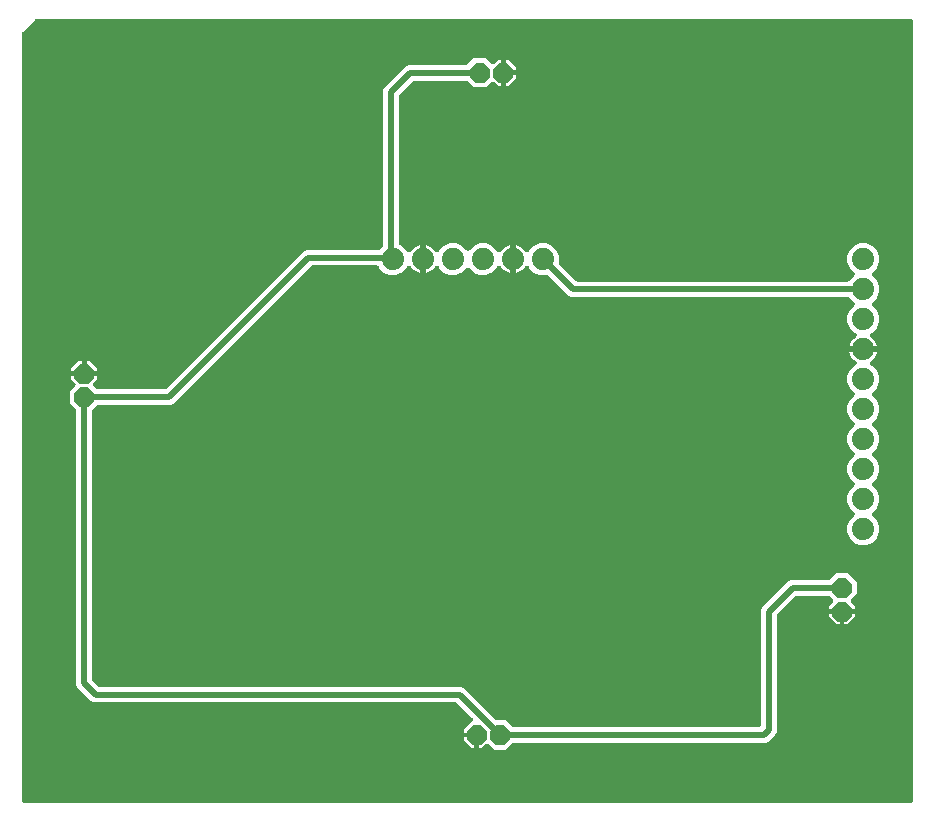
<source format=gbr>
G04 EAGLE Gerber RS-274X export*
G75*
%MOMM*%
%FSLAX34Y34*%
%LPD*%
%INBottom Copper*%
%IPPOS*%
%AMOC8*
5,1,8,0,0,1.08239X$1,22.5*%
G01*
%ADD10C,1.879600*%
%ADD11P,1.814519X8X22.500000*%
%ADD12P,1.814519X8X202.500000*%
%ADD13P,1.814519X8X112.500000*%
%ADD14P,1.814519X8X292.500000*%
%ADD15C,0.508000*%
%ADD16C,0.304800*%

G36*
X860018Y117971D02*
X860018Y117971D01*
X860036Y117969D01*
X860218Y117990D01*
X860401Y118009D01*
X860418Y118014D01*
X860435Y118016D01*
X860610Y118073D01*
X860786Y118127D01*
X860801Y118135D01*
X860818Y118141D01*
X860978Y118231D01*
X861140Y118319D01*
X861153Y118330D01*
X861169Y118339D01*
X861308Y118459D01*
X861449Y118576D01*
X861460Y118590D01*
X861474Y118602D01*
X861586Y118747D01*
X861701Y118890D01*
X861709Y118906D01*
X861720Y118920D01*
X861802Y119085D01*
X861887Y119247D01*
X861892Y119264D01*
X861900Y119281D01*
X861947Y119459D01*
X861998Y119634D01*
X862000Y119652D01*
X862004Y119669D01*
X862031Y120000D01*
X862031Y780000D01*
X862029Y780018D01*
X862031Y780036D01*
X862010Y780218D01*
X861991Y780401D01*
X861986Y780418D01*
X861984Y780435D01*
X861927Y780610D01*
X861873Y780786D01*
X861865Y780801D01*
X861859Y780818D01*
X861769Y780978D01*
X861681Y781140D01*
X861670Y781153D01*
X861661Y781169D01*
X861541Y781308D01*
X861424Y781449D01*
X861410Y781460D01*
X861398Y781474D01*
X861253Y781586D01*
X861110Y781701D01*
X861094Y781709D01*
X861080Y781720D01*
X860915Y781802D01*
X860753Y781887D01*
X860736Y781892D01*
X860720Y781900D01*
X860541Y781947D01*
X860366Y781998D01*
X860348Y782000D01*
X860331Y782004D01*
X860000Y782031D01*
X120000Y782031D01*
X119973Y782029D01*
X119947Y782031D01*
X119773Y782009D01*
X119599Y781991D01*
X119574Y781984D01*
X119547Y781980D01*
X119382Y781925D01*
X119214Y781873D01*
X119191Y781860D01*
X119166Y781852D01*
X119014Y781765D01*
X118860Y781681D01*
X118840Y781664D01*
X118817Y781651D01*
X118564Y781436D01*
X108564Y771436D01*
X108558Y771429D01*
X108551Y771424D01*
X108540Y771410D01*
X108527Y771398D01*
X108419Y771260D01*
X108309Y771125D01*
X108304Y771117D01*
X108299Y771110D01*
X108291Y771094D01*
X108280Y771080D01*
X108202Y770923D01*
X108120Y770769D01*
X108117Y770761D01*
X108113Y770753D01*
X108108Y770736D01*
X108100Y770720D01*
X108055Y770550D01*
X108005Y770383D01*
X108004Y770374D01*
X108002Y770366D01*
X108000Y770348D01*
X107996Y770331D01*
X107969Y770000D01*
X107969Y120000D01*
X107971Y119982D01*
X107969Y119964D01*
X107990Y119782D01*
X108009Y119599D01*
X108014Y119582D01*
X108016Y119565D01*
X108073Y119390D01*
X108127Y119214D01*
X108135Y119199D01*
X108141Y119182D01*
X108231Y119022D01*
X108319Y118860D01*
X108330Y118847D01*
X108339Y118831D01*
X108459Y118692D01*
X108576Y118551D01*
X108590Y118540D01*
X108602Y118527D01*
X108747Y118414D01*
X108890Y118299D01*
X108906Y118291D01*
X108920Y118280D01*
X109085Y118198D01*
X109247Y118113D01*
X109264Y118108D01*
X109281Y118100D01*
X109459Y118053D01*
X109634Y118002D01*
X109652Y118000D01*
X109669Y117996D01*
X110000Y117969D01*
X860000Y117969D01*
X860018Y117971D01*
G37*
%LPC*%
G36*
X507444Y163453D02*
X507444Y163453D01*
X502959Y167939D01*
X502945Y167950D01*
X502933Y167964D01*
X502790Y168077D01*
X502647Y168194D01*
X502631Y168202D01*
X502617Y168214D01*
X502453Y168297D01*
X502291Y168383D01*
X502274Y168388D01*
X502258Y168396D01*
X502081Y168445D01*
X501906Y168497D01*
X501888Y168499D01*
X501871Y168504D01*
X501687Y168517D01*
X501505Y168534D01*
X501487Y168532D01*
X501469Y168533D01*
X501287Y168510D01*
X501104Y168490D01*
X501087Y168485D01*
X501070Y168483D01*
X500896Y168424D01*
X500720Y168369D01*
X500705Y168360D01*
X500688Y168355D01*
X500528Y168263D01*
X500368Y168174D01*
X500355Y168163D01*
X500339Y168154D01*
X500086Y167939D01*
X497124Y164977D01*
X494631Y164977D01*
X494631Y175900D01*
X494630Y175917D01*
X494631Y175935D01*
X494610Y176118D01*
X494591Y176300D01*
X494586Y176317D01*
X494584Y176335D01*
X494527Y176509D01*
X494473Y176685D01*
X494465Y176701D01*
X494459Y176718D01*
X494369Y176878D01*
X494282Y177039D01*
X494270Y177053D01*
X494261Y177068D01*
X494141Y177208D01*
X494024Y177348D01*
X494024Y177349D01*
X494023Y177349D01*
X494010Y177360D01*
X493998Y177373D01*
X493998Y177374D01*
X493853Y177486D01*
X493710Y177601D01*
X493694Y177610D01*
X493680Y177620D01*
X493515Y177702D01*
X493352Y177787D01*
X493335Y177792D01*
X493319Y177800D01*
X493141Y177848D01*
X492965Y177898D01*
X492948Y177900D01*
X492930Y177904D01*
X492600Y177931D01*
X481677Y177931D01*
X481677Y180424D01*
X488248Y186995D01*
X488402Y187080D01*
X488572Y187173D01*
X488579Y187178D01*
X488587Y187183D01*
X488734Y187307D01*
X488882Y187430D01*
X488887Y187437D01*
X488894Y187443D01*
X489014Y187595D01*
X489134Y187744D01*
X489138Y187752D01*
X489144Y187759D01*
X489232Y187932D01*
X489320Y188101D01*
X489322Y188110D01*
X489326Y188118D01*
X489378Y188304D01*
X489431Y188488D01*
X489432Y188497D01*
X489434Y188506D01*
X489448Y188697D01*
X489464Y188890D01*
X489463Y188898D01*
X489463Y188907D01*
X489439Y189100D01*
X489417Y189289D01*
X489414Y189298D01*
X489413Y189307D01*
X489352Y189490D01*
X489292Y189672D01*
X489288Y189680D01*
X489285Y189688D01*
X489189Y189855D01*
X489094Y190023D01*
X489088Y190030D01*
X489084Y190037D01*
X488869Y190290D01*
X476359Y202800D01*
X476338Y202817D01*
X476321Y202838D01*
X476183Y202945D01*
X476048Y203055D01*
X476024Y203068D01*
X476003Y203084D01*
X475846Y203162D01*
X475692Y203244D01*
X475666Y203252D01*
X475642Y203264D01*
X475473Y203309D01*
X475306Y203359D01*
X475279Y203361D01*
X475254Y203368D01*
X474923Y203395D01*
X168686Y203395D01*
X166259Y204401D01*
X154401Y216259D01*
X153395Y218686D01*
X153395Y450461D01*
X153393Y450488D01*
X153395Y450514D01*
X153373Y450688D01*
X153355Y450862D01*
X153348Y450887D01*
X153344Y450914D01*
X153289Y451079D01*
X153237Y451247D01*
X153224Y451270D01*
X153216Y451295D01*
X153129Y451447D01*
X153045Y451601D01*
X153028Y451621D01*
X153015Y451644D01*
X152800Y451897D01*
X148053Y456644D01*
X148053Y466956D01*
X152539Y471441D01*
X152550Y471455D01*
X152564Y471467D01*
X152677Y471610D01*
X152794Y471753D01*
X152802Y471769D01*
X152814Y471783D01*
X152897Y471947D01*
X152983Y472109D01*
X152988Y472126D01*
X152996Y472142D01*
X153045Y472319D01*
X153097Y472494D01*
X153099Y472512D01*
X153104Y472529D01*
X153117Y472713D01*
X153134Y472895D01*
X153132Y472913D01*
X153133Y472931D01*
X153110Y473113D01*
X153090Y473296D01*
X153085Y473313D01*
X153083Y473330D01*
X153024Y473504D01*
X152969Y473680D01*
X152960Y473695D01*
X152955Y473712D01*
X152863Y473872D01*
X152774Y474032D01*
X152763Y474045D01*
X152754Y474061D01*
X152539Y474314D01*
X149577Y477276D01*
X149577Y479769D01*
X160500Y479769D01*
X171423Y479769D01*
X171423Y477276D01*
X168461Y474314D01*
X168450Y474300D01*
X168436Y474289D01*
X168322Y474144D01*
X168206Y474002D01*
X168198Y473987D01*
X168186Y473973D01*
X168103Y473809D01*
X168017Y473647D01*
X168012Y473630D01*
X168004Y473614D01*
X167955Y473437D01*
X167903Y473261D01*
X167901Y473243D01*
X167896Y473226D01*
X167883Y473043D01*
X167866Y472860D01*
X167868Y472842D01*
X167867Y472824D01*
X167890Y472642D01*
X167910Y472460D01*
X167915Y472443D01*
X167917Y472425D01*
X167976Y472251D01*
X168031Y472076D01*
X168040Y472060D01*
X168045Y472043D01*
X168137Y471884D01*
X168226Y471723D01*
X168237Y471710D01*
X168246Y471694D01*
X168461Y471441D01*
X170903Y469000D01*
X170923Y468983D01*
X170941Y468962D01*
X171079Y468856D01*
X171214Y468745D01*
X171238Y468732D01*
X171259Y468716D01*
X171415Y468638D01*
X171570Y468556D01*
X171596Y468548D01*
X171619Y468536D01*
X171788Y468491D01*
X171956Y468441D01*
X171982Y468439D01*
X172008Y468432D01*
X172339Y468405D01*
X228223Y468405D01*
X228249Y468407D01*
X228276Y468405D01*
X228450Y468427D01*
X228623Y468445D01*
X228649Y468452D01*
X228676Y468456D01*
X228841Y468511D01*
X229008Y468563D01*
X229032Y468576D01*
X229057Y468584D01*
X229209Y468671D01*
X229362Y468755D01*
X229383Y468772D01*
X229406Y468785D01*
X229659Y469000D01*
X346259Y585599D01*
X348686Y586605D01*
X409724Y586605D01*
X409751Y586607D01*
X409777Y586605D01*
X409951Y586627D01*
X410125Y586645D01*
X410150Y586652D01*
X410177Y586656D01*
X410343Y586711D01*
X410510Y586763D01*
X410533Y586776D01*
X410559Y586784D01*
X410710Y586871D01*
X410864Y586955D01*
X410884Y586972D01*
X410907Y586985D01*
X411160Y587200D01*
X412800Y588840D01*
X412817Y588860D01*
X412838Y588878D01*
X412945Y589016D01*
X413055Y589151D01*
X413068Y589175D01*
X413084Y589196D01*
X413162Y589353D01*
X413244Y589507D01*
X413252Y589532D01*
X413264Y589556D01*
X413309Y589726D01*
X413359Y589893D01*
X413361Y589919D01*
X413368Y589945D01*
X413395Y590276D01*
X413395Y721314D01*
X414401Y723741D01*
X432859Y742199D01*
X435286Y743205D01*
X483461Y743205D01*
X483488Y743207D01*
X483514Y743205D01*
X483688Y743227D01*
X483862Y743245D01*
X483887Y743252D01*
X483914Y743256D01*
X484079Y743311D01*
X484247Y743363D01*
X484270Y743376D01*
X484295Y743384D01*
X484447Y743471D01*
X484601Y743555D01*
X484621Y743572D01*
X484644Y743585D01*
X484897Y743800D01*
X490144Y749047D01*
X500456Y749047D01*
X504941Y744561D01*
X504955Y744550D01*
X504967Y744536D01*
X505110Y744423D01*
X505253Y744306D01*
X505269Y744298D01*
X505283Y744286D01*
X505447Y744203D01*
X505609Y744117D01*
X505626Y744112D01*
X505642Y744104D01*
X505819Y744055D01*
X505994Y744003D01*
X506012Y744001D01*
X506029Y743996D01*
X506213Y743983D01*
X506395Y743966D01*
X506413Y743968D01*
X506431Y743967D01*
X506613Y743990D01*
X506796Y744010D01*
X506813Y744015D01*
X506830Y744017D01*
X507004Y744076D01*
X507180Y744131D01*
X507195Y744140D01*
X507212Y744145D01*
X507372Y744237D01*
X507532Y744326D01*
X507545Y744337D01*
X507561Y744346D01*
X507814Y744561D01*
X510776Y747523D01*
X513269Y747523D01*
X513269Y736600D01*
X513269Y725677D01*
X510776Y725677D01*
X507814Y728639D01*
X507800Y728650D01*
X507789Y728664D01*
X507645Y728777D01*
X507502Y728894D01*
X507487Y728902D01*
X507473Y728914D01*
X507309Y728997D01*
X507147Y729083D01*
X507130Y729088D01*
X507114Y729096D01*
X506937Y729145D01*
X506761Y729197D01*
X506743Y729199D01*
X506726Y729204D01*
X506543Y729217D01*
X506360Y729234D01*
X506342Y729232D01*
X506324Y729233D01*
X506142Y729210D01*
X505960Y729190D01*
X505943Y729185D01*
X505925Y729183D01*
X505751Y729124D01*
X505576Y729069D01*
X505560Y729060D01*
X505543Y729055D01*
X505384Y728963D01*
X505223Y728874D01*
X505210Y728863D01*
X505194Y728854D01*
X504941Y728639D01*
X500456Y724153D01*
X490144Y724153D01*
X484897Y729400D01*
X484877Y729417D01*
X484859Y729438D01*
X484721Y729545D01*
X484586Y729655D01*
X484562Y729668D01*
X484541Y729684D01*
X484384Y729762D01*
X484230Y729844D01*
X484205Y729852D01*
X484181Y729864D01*
X484011Y729909D01*
X483844Y729959D01*
X483818Y729961D01*
X483792Y729968D01*
X483461Y729995D01*
X440177Y729995D01*
X440151Y729993D01*
X440124Y729995D01*
X439950Y729973D01*
X439777Y729955D01*
X439751Y729948D01*
X439724Y729944D01*
X439559Y729889D01*
X439392Y729837D01*
X439368Y729824D01*
X439343Y729816D01*
X439191Y729729D01*
X439038Y729645D01*
X439017Y729628D01*
X438994Y729615D01*
X438741Y729400D01*
X427200Y717859D01*
X427183Y717838D01*
X427162Y717821D01*
X427055Y717683D01*
X426945Y717548D01*
X426932Y717524D01*
X426916Y717503D01*
X426838Y717346D01*
X426756Y717192D01*
X426748Y717166D01*
X426736Y717142D01*
X426691Y716973D01*
X426641Y716806D01*
X426639Y716779D01*
X426632Y716754D01*
X426605Y716423D01*
X426605Y592739D01*
X426607Y592717D01*
X426605Y592695D01*
X426627Y592517D01*
X426645Y592338D01*
X426651Y592317D01*
X426654Y592295D01*
X426710Y592125D01*
X426763Y591953D01*
X426773Y591934D01*
X426780Y591913D01*
X426869Y591757D01*
X426955Y591599D01*
X426969Y591582D01*
X426980Y591563D01*
X427098Y591428D01*
X427212Y591290D01*
X427230Y591276D01*
X427244Y591259D01*
X427386Y591150D01*
X427526Y591038D01*
X427546Y591028D01*
X427564Y591014D01*
X427859Y590862D01*
X429426Y590213D01*
X433213Y586426D01*
X433557Y585595D01*
X433639Y585443D01*
X433716Y585289D01*
X433734Y585266D01*
X433747Y585240D01*
X433857Y585107D01*
X433964Y584971D01*
X433985Y584952D01*
X434004Y584930D01*
X434138Y584821D01*
X434269Y584709D01*
X434294Y584695D01*
X434317Y584676D01*
X434470Y584596D01*
X434620Y584512D01*
X434647Y584503D01*
X434673Y584489D01*
X434839Y584441D01*
X435003Y584388D01*
X435032Y584384D01*
X435059Y584376D01*
X435232Y584361D01*
X435403Y584342D01*
X435432Y584344D01*
X435461Y584341D01*
X435632Y584361D01*
X435804Y584375D01*
X435832Y584383D01*
X435861Y584387D01*
X436025Y584439D01*
X436191Y584488D01*
X436216Y584501D01*
X436244Y584510D01*
X436395Y584594D01*
X436548Y584674D01*
X436570Y584692D01*
X436595Y584706D01*
X436727Y584818D01*
X436861Y584927D01*
X436882Y584951D01*
X436901Y584968D01*
X436954Y585035D01*
X437077Y585179D01*
X438094Y586578D01*
X439422Y587906D01*
X440943Y589011D01*
X442617Y589864D01*
X444404Y590445D01*
X444661Y590485D01*
X444661Y579308D01*
X444662Y579290D01*
X444661Y579273D01*
X444682Y579090D01*
X444701Y578908D01*
X444706Y578891D01*
X444708Y578873D01*
X444733Y578795D01*
X444694Y578658D01*
X444692Y578640D01*
X444688Y578623D01*
X444661Y578292D01*
X444661Y567115D01*
X444404Y567155D01*
X442617Y567736D01*
X440943Y568589D01*
X439422Y569694D01*
X438094Y571022D01*
X437077Y572421D01*
X436962Y572550D01*
X436851Y572682D01*
X436829Y572700D01*
X436809Y572722D01*
X436671Y572826D01*
X436536Y572933D01*
X436511Y572947D01*
X436488Y572964D01*
X436332Y573039D01*
X436178Y573117D01*
X436151Y573125D01*
X436124Y573138D01*
X435957Y573180D01*
X435791Y573227D01*
X435762Y573229D01*
X435734Y573236D01*
X435561Y573245D01*
X435389Y573258D01*
X435361Y573255D01*
X435332Y573256D01*
X435161Y573230D01*
X434990Y573210D01*
X434962Y573200D01*
X434934Y573196D01*
X434771Y573137D01*
X434608Y573083D01*
X434583Y573069D01*
X434555Y573059D01*
X434408Y572969D01*
X434258Y572884D01*
X434236Y572865D01*
X434211Y572850D01*
X434084Y572732D01*
X433954Y572619D01*
X433937Y572596D01*
X433915Y572577D01*
X433814Y572436D01*
X433709Y572300D01*
X433694Y572271D01*
X433679Y572251D01*
X433644Y572173D01*
X433557Y572005D01*
X433213Y571174D01*
X429426Y567387D01*
X427809Y566717D01*
X424478Y565337D01*
X419122Y565337D01*
X414174Y567387D01*
X410387Y571174D01*
X409986Y572141D01*
X409976Y572161D01*
X409969Y572182D01*
X409881Y572338D01*
X409796Y572496D01*
X409782Y572513D01*
X409771Y572533D01*
X409654Y572668D01*
X409540Y572807D01*
X409522Y572821D01*
X409508Y572838D01*
X409366Y572947D01*
X409227Y573060D01*
X409207Y573071D01*
X409190Y573084D01*
X409029Y573164D01*
X408870Y573247D01*
X408849Y573254D01*
X408829Y573264D01*
X408655Y573310D01*
X408484Y573360D01*
X408462Y573362D01*
X408440Y573368D01*
X408110Y573395D01*
X353577Y573395D01*
X353551Y573393D01*
X353524Y573395D01*
X353350Y573373D01*
X353177Y573355D01*
X353151Y573348D01*
X353124Y573344D01*
X352959Y573289D01*
X352792Y573237D01*
X352768Y573224D01*
X352743Y573216D01*
X352591Y573129D01*
X352438Y573045D01*
X352417Y573028D01*
X352394Y573015D01*
X352141Y572800D01*
X235541Y456201D01*
X233114Y455195D01*
X172339Y455195D01*
X172312Y455193D01*
X172286Y455195D01*
X172112Y455173D01*
X171938Y455155D01*
X171913Y455148D01*
X171886Y455144D01*
X171721Y455089D01*
X171553Y455037D01*
X171530Y455024D01*
X171505Y455016D01*
X171353Y454929D01*
X171199Y454845D01*
X171179Y454828D01*
X171156Y454815D01*
X170903Y454600D01*
X167200Y450897D01*
X167183Y450877D01*
X167162Y450859D01*
X167055Y450721D01*
X166945Y450586D01*
X166932Y450562D01*
X166916Y450541D01*
X166838Y450384D01*
X166756Y450230D01*
X166748Y450205D01*
X166736Y450181D01*
X166691Y450011D01*
X166641Y449844D01*
X166639Y449818D01*
X166632Y449792D01*
X166605Y449461D01*
X166605Y223577D01*
X166606Y223567D01*
X166605Y223558D01*
X166607Y223543D01*
X166605Y223524D01*
X166627Y223350D01*
X166645Y223177D01*
X166652Y223151D01*
X166656Y223124D01*
X166711Y222959D01*
X166763Y222792D01*
X166776Y222768D01*
X166784Y222743D01*
X166871Y222591D01*
X166955Y222438D01*
X166972Y222417D01*
X166985Y222394D01*
X167200Y222141D01*
X172141Y217200D01*
X172162Y217183D01*
X172179Y217162D01*
X172317Y217055D01*
X172452Y216945D01*
X172476Y216932D01*
X172497Y216916D01*
X172654Y216838D01*
X172808Y216756D01*
X172834Y216748D01*
X172858Y216736D01*
X173027Y216691D01*
X173194Y216641D01*
X173221Y216639D01*
X173246Y216632D01*
X173577Y216605D01*
X479814Y216605D01*
X482241Y215599D01*
X508899Y188942D01*
X508920Y188925D01*
X508937Y188904D01*
X509075Y188797D01*
X509210Y188687D01*
X509234Y188674D01*
X509255Y188658D01*
X509412Y188580D01*
X509566Y188498D01*
X509592Y188490D01*
X509616Y188478D01*
X509785Y188433D01*
X509952Y188383D01*
X509979Y188381D01*
X510004Y188374D01*
X510335Y188347D01*
X517756Y188347D01*
X523003Y183100D01*
X523023Y183083D01*
X523041Y183062D01*
X523179Y182955D01*
X523314Y182845D01*
X523338Y182832D01*
X523359Y182816D01*
X523516Y182738D01*
X523670Y182656D01*
X523695Y182648D01*
X523719Y182636D01*
X523889Y182591D01*
X524056Y182541D01*
X524082Y182539D01*
X524108Y182532D01*
X524439Y182505D01*
X731364Y182505D01*
X731382Y182507D01*
X731400Y182505D01*
X731582Y182526D01*
X731765Y182545D01*
X731782Y182550D01*
X731799Y182552D01*
X731974Y182609D01*
X732150Y182663D01*
X732165Y182671D01*
X732182Y182677D01*
X732342Y182767D01*
X732504Y182855D01*
X732517Y182866D01*
X732533Y182875D01*
X732672Y182995D01*
X732813Y183112D01*
X732824Y183126D01*
X732838Y183138D01*
X732950Y183283D01*
X733065Y183426D01*
X733073Y183442D01*
X733084Y183456D01*
X733166Y183621D01*
X733251Y183783D01*
X733256Y183800D01*
X733264Y183816D01*
X733311Y183995D01*
X733362Y184170D01*
X733364Y184188D01*
X733368Y184205D01*
X733395Y184536D01*
X733395Y281314D01*
X734401Y283741D01*
X756659Y305999D01*
X759086Y307005D01*
X790161Y307005D01*
X790188Y307007D01*
X790214Y307005D01*
X790388Y307027D01*
X790562Y307045D01*
X790587Y307052D01*
X790614Y307056D01*
X790779Y307111D01*
X790947Y307163D01*
X790970Y307176D01*
X790995Y307184D01*
X791147Y307271D01*
X791301Y307355D01*
X791321Y307372D01*
X791344Y307385D01*
X791597Y307600D01*
X796844Y312847D01*
X807156Y312847D01*
X814447Y305556D01*
X814447Y295244D01*
X809961Y290759D01*
X809950Y290745D01*
X809936Y290733D01*
X809822Y290589D01*
X809706Y290447D01*
X809698Y290431D01*
X809686Y290417D01*
X809603Y290253D01*
X809517Y290091D01*
X809512Y290074D01*
X809504Y290058D01*
X809455Y289881D01*
X809403Y289706D01*
X809401Y289688D01*
X809396Y289671D01*
X809383Y289487D01*
X809366Y289305D01*
X809368Y289287D01*
X809367Y289269D01*
X809390Y289087D01*
X809410Y288904D01*
X809415Y288887D01*
X809417Y288870D01*
X809476Y288696D01*
X809531Y288520D01*
X809540Y288505D01*
X809545Y288488D01*
X809637Y288328D01*
X809726Y288168D01*
X809737Y288155D01*
X809746Y288139D01*
X809961Y287886D01*
X812923Y284924D01*
X812923Y282431D01*
X802000Y282431D01*
X791077Y282431D01*
X791077Y284924D01*
X794039Y287886D01*
X794050Y287900D01*
X794064Y287911D01*
X794178Y288056D01*
X794294Y288198D01*
X794302Y288213D01*
X794314Y288227D01*
X794397Y288391D01*
X794483Y288553D01*
X794488Y288570D01*
X794496Y288586D01*
X794545Y288763D01*
X794597Y288939D01*
X794599Y288957D01*
X794604Y288974D01*
X794617Y289157D01*
X794634Y289340D01*
X794632Y289358D01*
X794633Y289376D01*
X794610Y289558D01*
X794590Y289740D01*
X794585Y289757D01*
X794583Y289775D01*
X794524Y289949D01*
X794469Y290124D01*
X794460Y290140D01*
X794455Y290157D01*
X794363Y290316D01*
X794274Y290477D01*
X794263Y290490D01*
X794254Y290506D01*
X794039Y290759D01*
X791597Y293200D01*
X791577Y293217D01*
X791559Y293238D01*
X791421Y293344D01*
X791286Y293455D01*
X791262Y293468D01*
X791241Y293484D01*
X791085Y293562D01*
X790930Y293644D01*
X790904Y293652D01*
X790881Y293664D01*
X790712Y293709D01*
X790544Y293759D01*
X790518Y293761D01*
X790492Y293768D01*
X790161Y293795D01*
X763977Y293795D01*
X763951Y293793D01*
X763924Y293795D01*
X763750Y293773D01*
X763577Y293755D01*
X763551Y293748D01*
X763524Y293744D01*
X763359Y293689D01*
X763192Y293637D01*
X763168Y293624D01*
X763143Y293616D01*
X762991Y293529D01*
X762838Y293445D01*
X762817Y293428D01*
X762794Y293415D01*
X762541Y293200D01*
X747200Y277859D01*
X747183Y277838D01*
X747162Y277821D01*
X747055Y277683D01*
X746945Y277548D01*
X746932Y277524D01*
X746916Y277503D01*
X746838Y277346D01*
X746756Y277192D01*
X746748Y277166D01*
X746736Y277142D01*
X746691Y276973D01*
X746641Y276806D01*
X746639Y276779D01*
X746632Y276754D01*
X746605Y276423D01*
X746605Y178686D01*
X745599Y176259D01*
X739641Y170301D01*
X737214Y169295D01*
X524439Y169295D01*
X524412Y169293D01*
X524386Y169295D01*
X524212Y169273D01*
X524038Y169255D01*
X524013Y169248D01*
X523986Y169244D01*
X523820Y169188D01*
X523653Y169137D01*
X523630Y169124D01*
X523605Y169116D01*
X523453Y169029D01*
X523299Y168945D01*
X523279Y168928D01*
X523256Y168915D01*
X523003Y168700D01*
X517756Y163453D01*
X507444Y163453D01*
G37*
%LPD*%
%LPC*%
G36*
X819858Y504906D02*
X819858Y504906D01*
X819840Y504908D01*
X819823Y504912D01*
X819492Y504939D01*
X808315Y504939D01*
X808355Y505196D01*
X808936Y506983D01*
X809789Y508657D01*
X810894Y510178D01*
X812222Y511506D01*
X813621Y512523D01*
X813750Y512637D01*
X813883Y512749D01*
X813901Y512771D01*
X813922Y512791D01*
X814026Y512928D01*
X814134Y513064D01*
X814147Y513089D01*
X814164Y513112D01*
X814239Y513268D01*
X814317Y513422D01*
X814325Y513450D01*
X814338Y513476D01*
X814380Y513643D01*
X814427Y513809D01*
X814429Y513838D01*
X814436Y513866D01*
X814445Y514039D01*
X814458Y514211D01*
X814455Y514239D01*
X814456Y514268D01*
X814430Y514439D01*
X814410Y514610D01*
X814401Y514637D01*
X814396Y514666D01*
X814337Y514829D01*
X814283Y514992D01*
X814269Y515017D01*
X814259Y515045D01*
X814169Y515192D01*
X814084Y515342D01*
X814065Y515364D01*
X814050Y515389D01*
X813932Y515516D01*
X813819Y515646D01*
X813796Y515663D01*
X813777Y515685D01*
X813637Y515786D01*
X813500Y515891D01*
X813471Y515906D01*
X813451Y515921D01*
X813374Y515956D01*
X813205Y516043D01*
X812374Y516387D01*
X808587Y520174D01*
X806537Y525122D01*
X806537Y530478D01*
X808587Y535426D01*
X812225Y539064D01*
X812236Y539077D01*
X812249Y539089D01*
X812363Y539233D01*
X812480Y539375D01*
X812488Y539391D01*
X812499Y539405D01*
X812582Y539569D01*
X812668Y539731D01*
X812673Y539748D01*
X812681Y539764D01*
X812731Y539941D01*
X812783Y540117D01*
X812785Y540135D01*
X812789Y540152D01*
X812803Y540335D01*
X812819Y540518D01*
X812817Y540536D01*
X812819Y540553D01*
X812796Y540735D01*
X812776Y540918D01*
X812771Y540935D01*
X812768Y540953D01*
X812710Y541126D01*
X812654Y541302D01*
X812646Y541318D01*
X812640Y541334D01*
X812548Y541494D01*
X812460Y541654D01*
X812448Y541668D01*
X812439Y541683D01*
X812225Y541936D01*
X808526Y545635D01*
X808493Y545696D01*
X808479Y545713D01*
X808468Y545733D01*
X808351Y545868D01*
X808237Y546006D01*
X808219Y546021D01*
X808205Y546038D01*
X808063Y546147D01*
X807924Y546260D01*
X807904Y546271D01*
X807887Y546284D01*
X807726Y546364D01*
X807568Y546447D01*
X807546Y546454D01*
X807526Y546464D01*
X807353Y546510D01*
X807181Y546560D01*
X807159Y546562D01*
X807137Y546568D01*
X806807Y546595D01*
X573086Y546595D01*
X570659Y547601D01*
X568515Y549744D01*
X553459Y564801D01*
X553442Y564815D01*
X553427Y564832D01*
X553286Y564943D01*
X553147Y565056D01*
X553128Y565066D01*
X553110Y565080D01*
X552950Y565161D01*
X552792Y565244D01*
X552770Y565251D01*
X552750Y565261D01*
X552578Y565308D01*
X552406Y565359D01*
X552383Y565361D01*
X552362Y565367D01*
X552184Y565379D01*
X552005Y565395D01*
X551982Y565393D01*
X551960Y565395D01*
X551783Y565371D01*
X551605Y565352D01*
X551583Y565345D01*
X551561Y565342D01*
X551545Y565337D01*
X546122Y565337D01*
X541174Y567387D01*
X537387Y571174D01*
X537043Y572005D01*
X536961Y572157D01*
X536884Y572311D01*
X536866Y572334D01*
X536853Y572360D01*
X536743Y572493D01*
X536636Y572629D01*
X536614Y572648D01*
X536596Y572670D01*
X536462Y572779D01*
X536331Y572891D01*
X536306Y572906D01*
X536283Y572924D01*
X536131Y573004D01*
X535980Y573089D01*
X535952Y573097D01*
X535927Y573111D01*
X535761Y573159D01*
X535597Y573213D01*
X535568Y573216D01*
X535541Y573224D01*
X535368Y573239D01*
X535197Y573258D01*
X535168Y573256D01*
X535139Y573259D01*
X534968Y573239D01*
X534796Y573225D01*
X534768Y573217D01*
X534739Y573213D01*
X534575Y573161D01*
X534409Y573112D01*
X534384Y573099D01*
X534356Y573090D01*
X534206Y573006D01*
X534052Y572926D01*
X534030Y572908D01*
X534005Y572894D01*
X533874Y572782D01*
X533739Y572673D01*
X533718Y572649D01*
X533699Y572632D01*
X533646Y572565D01*
X533523Y572421D01*
X532506Y571022D01*
X531178Y569694D01*
X529657Y568589D01*
X527983Y567736D01*
X526196Y567155D01*
X525939Y567115D01*
X525939Y578292D01*
X525937Y578310D01*
X525939Y578327D01*
X525918Y578510D01*
X525899Y578692D01*
X525894Y578709D01*
X525892Y578727D01*
X525867Y578805D01*
X525906Y578942D01*
X525908Y578960D01*
X525912Y578977D01*
X525939Y579308D01*
X525939Y590485D01*
X526196Y590445D01*
X527983Y589864D01*
X529657Y589011D01*
X531178Y587906D01*
X532506Y586578D01*
X533523Y585179D01*
X533637Y585050D01*
X533749Y584917D01*
X533771Y584899D01*
X533791Y584878D01*
X533928Y584774D01*
X534064Y584666D01*
X534089Y584653D01*
X534112Y584636D01*
X534268Y584561D01*
X534422Y584483D01*
X534450Y584475D01*
X534476Y584462D01*
X534643Y584420D01*
X534809Y584373D01*
X534838Y584371D01*
X534866Y584364D01*
X535039Y584355D01*
X535211Y584342D01*
X535239Y584345D01*
X535268Y584344D01*
X535439Y584370D01*
X535610Y584390D01*
X535637Y584399D01*
X535666Y584404D01*
X535829Y584463D01*
X535992Y584517D01*
X536017Y584531D01*
X536045Y584541D01*
X536192Y584631D01*
X536342Y584716D01*
X536364Y584735D01*
X536389Y584750D01*
X536516Y584868D01*
X536646Y584981D01*
X536663Y585004D01*
X536685Y585023D01*
X536786Y585163D01*
X536891Y585300D01*
X536906Y585329D01*
X536921Y585349D01*
X536956Y585426D01*
X537043Y585595D01*
X537387Y586426D01*
X541174Y590213D01*
X546122Y592263D01*
X551478Y592263D01*
X556426Y590213D01*
X560213Y586426D01*
X562263Y581478D01*
X562263Y576036D01*
X562243Y575970D01*
X562241Y575947D01*
X562235Y575926D01*
X562221Y575746D01*
X562204Y575569D01*
X562207Y575547D01*
X562205Y575524D01*
X562228Y575346D01*
X562246Y575168D01*
X562253Y575147D01*
X562256Y575125D01*
X562313Y574954D01*
X562366Y574784D01*
X562377Y574764D01*
X562384Y574743D01*
X562473Y574588D01*
X562559Y574431D01*
X562574Y574414D01*
X562585Y574394D01*
X562799Y574141D01*
X576541Y560400D01*
X576562Y560383D01*
X576579Y560362D01*
X576717Y560255D01*
X576852Y560145D01*
X576876Y560132D01*
X576897Y560116D01*
X577054Y560038D01*
X577208Y559956D01*
X577234Y559948D01*
X577258Y559936D01*
X577427Y559891D01*
X577594Y559841D01*
X577621Y559839D01*
X577646Y559832D01*
X577977Y559805D01*
X806807Y559805D01*
X806829Y559807D01*
X806851Y559805D01*
X807029Y559827D01*
X807207Y559845D01*
X807229Y559851D01*
X807251Y559854D01*
X807421Y559910D01*
X807592Y559963D01*
X807612Y559973D01*
X807633Y559980D01*
X807789Y560069D01*
X807946Y560155D01*
X807963Y560169D01*
X807983Y560180D01*
X808118Y560298D01*
X808255Y560412D01*
X808269Y560430D01*
X808286Y560444D01*
X808396Y560587D01*
X808508Y560726D01*
X808518Y560746D01*
X808532Y560764D01*
X808539Y560779D01*
X812225Y564464D01*
X812236Y564477D01*
X812249Y564489D01*
X812363Y564633D01*
X812480Y564775D01*
X812488Y564791D01*
X812499Y564805D01*
X812582Y564969D01*
X812668Y565131D01*
X812673Y565148D01*
X812681Y565164D01*
X812731Y565341D01*
X812783Y565517D01*
X812785Y565535D01*
X812789Y565552D01*
X812803Y565735D01*
X812819Y565918D01*
X812817Y565936D01*
X812819Y565953D01*
X812796Y566135D01*
X812776Y566318D01*
X812771Y566335D01*
X812768Y566353D01*
X812710Y566526D01*
X812654Y566702D01*
X812646Y566718D01*
X812640Y566734D01*
X812548Y566894D01*
X812460Y567054D01*
X812448Y567068D01*
X812439Y567083D01*
X812225Y567336D01*
X808587Y570974D01*
X806537Y575922D01*
X806537Y581278D01*
X808587Y586226D01*
X812374Y590013D01*
X817322Y592063D01*
X822678Y592063D01*
X827626Y590013D01*
X831413Y586226D01*
X833463Y581278D01*
X833463Y575922D01*
X831413Y570974D01*
X827775Y567336D01*
X827764Y567322D01*
X827751Y567311D01*
X827637Y567167D01*
X827520Y567025D01*
X827512Y567009D01*
X827501Y566995D01*
X827417Y566831D01*
X827332Y566669D01*
X827327Y566652D01*
X827319Y566636D01*
X827269Y566459D01*
X827217Y566283D01*
X827215Y566265D01*
X827211Y566248D01*
X827197Y566065D01*
X827181Y565882D01*
X827183Y565864D01*
X827181Y565847D01*
X827204Y565665D01*
X827224Y565482D01*
X827229Y565465D01*
X827232Y565447D01*
X827290Y565272D01*
X827346Y565098D01*
X827354Y565082D01*
X827360Y565066D01*
X827452Y564906D01*
X827540Y564746D01*
X827552Y564732D01*
X827561Y564717D01*
X827775Y564464D01*
X831413Y560826D01*
X833463Y555878D01*
X833463Y550522D01*
X831413Y545574D01*
X827775Y541936D01*
X827764Y541922D01*
X827751Y541911D01*
X827637Y541767D01*
X827520Y541625D01*
X827512Y541609D01*
X827501Y541595D01*
X827417Y541431D01*
X827332Y541269D01*
X827327Y541252D01*
X827319Y541236D01*
X827269Y541059D01*
X827217Y540883D01*
X827215Y540865D01*
X827211Y540848D01*
X827197Y540665D01*
X827181Y540482D01*
X827183Y540464D01*
X827181Y540447D01*
X827204Y540265D01*
X827224Y540082D01*
X827229Y540065D01*
X827232Y540047D01*
X827290Y539873D01*
X827346Y539698D01*
X827354Y539682D01*
X827360Y539666D01*
X827452Y539506D01*
X827540Y539346D01*
X827552Y539332D01*
X827561Y539317D01*
X827775Y539064D01*
X831413Y535426D01*
X833463Y530478D01*
X833463Y525122D01*
X831413Y520174D01*
X827626Y516387D01*
X826795Y516043D01*
X826643Y515961D01*
X826489Y515884D01*
X826466Y515866D01*
X826440Y515853D01*
X826307Y515743D01*
X826171Y515636D01*
X826152Y515614D01*
X826130Y515596D01*
X826021Y515462D01*
X825909Y515331D01*
X825894Y515306D01*
X825876Y515283D01*
X825796Y515131D01*
X825711Y514980D01*
X825703Y514952D01*
X825689Y514927D01*
X825641Y514761D01*
X825587Y514597D01*
X825584Y514568D01*
X825576Y514541D01*
X825561Y514368D01*
X825542Y514197D01*
X825544Y514168D01*
X825541Y514139D01*
X825561Y513968D01*
X825575Y513796D01*
X825583Y513768D01*
X825587Y513739D01*
X825639Y513575D01*
X825688Y513409D01*
X825701Y513384D01*
X825710Y513356D01*
X825794Y513206D01*
X825874Y513052D01*
X825892Y513030D01*
X825906Y513005D01*
X826018Y512874D01*
X826127Y512739D01*
X826151Y512718D01*
X826168Y512699D01*
X826235Y512646D01*
X826379Y512523D01*
X827778Y511506D01*
X829106Y510178D01*
X830211Y508657D01*
X831064Y506983D01*
X831645Y505196D01*
X831685Y504939D01*
X820508Y504939D01*
X820490Y504937D01*
X820473Y504939D01*
X820290Y504918D01*
X820108Y504899D01*
X820091Y504894D01*
X820073Y504892D01*
X819995Y504867D01*
X819858Y504906D01*
G37*
%LPD*%
%LPC*%
G36*
X817322Y336537D02*
X817322Y336537D01*
X812374Y338587D01*
X808587Y342374D01*
X806537Y347322D01*
X806537Y352678D01*
X808587Y357626D01*
X812225Y361264D01*
X812236Y361277D01*
X812249Y361289D01*
X812363Y361433D01*
X812480Y361575D01*
X812488Y361591D01*
X812499Y361605D01*
X812582Y361769D01*
X812668Y361931D01*
X812673Y361948D01*
X812681Y361964D01*
X812731Y362141D01*
X812783Y362317D01*
X812785Y362335D01*
X812789Y362352D01*
X812803Y362535D01*
X812819Y362718D01*
X812817Y362736D01*
X812819Y362753D01*
X812796Y362935D01*
X812776Y363118D01*
X812771Y363135D01*
X812768Y363153D01*
X812710Y363326D01*
X812654Y363502D01*
X812646Y363518D01*
X812640Y363534D01*
X812548Y363694D01*
X812460Y363854D01*
X812448Y363868D01*
X812439Y363883D01*
X812225Y364136D01*
X808587Y367774D01*
X806537Y372722D01*
X806537Y378078D01*
X808587Y383026D01*
X812225Y386664D01*
X812236Y386677D01*
X812249Y386689D01*
X812363Y386833D01*
X812480Y386975D01*
X812488Y386991D01*
X812499Y387005D01*
X812582Y387169D01*
X812668Y387331D01*
X812673Y387348D01*
X812681Y387364D01*
X812731Y387541D01*
X812783Y387717D01*
X812785Y387735D01*
X812789Y387752D01*
X812803Y387935D01*
X812819Y388118D01*
X812817Y388136D01*
X812819Y388153D01*
X812796Y388335D01*
X812776Y388518D01*
X812771Y388535D01*
X812768Y388553D01*
X812710Y388726D01*
X812654Y388902D01*
X812646Y388918D01*
X812640Y388934D01*
X812548Y389094D01*
X812460Y389254D01*
X812448Y389268D01*
X812439Y389283D01*
X812225Y389536D01*
X808587Y393174D01*
X806537Y398122D01*
X806537Y403478D01*
X808587Y408426D01*
X812225Y412064D01*
X812236Y412078D01*
X812249Y412089D01*
X812363Y412233D01*
X812480Y412375D01*
X812488Y412391D01*
X812499Y412405D01*
X812583Y412569D01*
X812668Y412731D01*
X812673Y412748D01*
X812681Y412764D01*
X812731Y412941D01*
X812783Y413117D01*
X812785Y413135D01*
X812789Y413152D01*
X812803Y413335D01*
X812819Y413518D01*
X812817Y413536D01*
X812819Y413553D01*
X812796Y413735D01*
X812776Y413918D01*
X812771Y413935D01*
X812768Y413953D01*
X812710Y414127D01*
X812654Y414302D01*
X812646Y414318D01*
X812640Y414334D01*
X812548Y414494D01*
X812460Y414654D01*
X812448Y414668D01*
X812439Y414683D01*
X812225Y414936D01*
X808587Y418574D01*
X806537Y423522D01*
X806537Y428878D01*
X808587Y433826D01*
X812225Y437464D01*
X812236Y437477D01*
X812249Y437489D01*
X812363Y437633D01*
X812480Y437775D01*
X812488Y437791D01*
X812499Y437805D01*
X812582Y437969D01*
X812668Y438131D01*
X812673Y438148D01*
X812681Y438164D01*
X812731Y438341D01*
X812783Y438517D01*
X812785Y438535D01*
X812789Y438552D01*
X812803Y438735D01*
X812819Y438918D01*
X812817Y438936D01*
X812819Y438953D01*
X812796Y439135D01*
X812776Y439318D01*
X812771Y439335D01*
X812768Y439353D01*
X812710Y439526D01*
X812654Y439702D01*
X812646Y439718D01*
X812640Y439734D01*
X812548Y439894D01*
X812460Y440054D01*
X812448Y440068D01*
X812439Y440083D01*
X812225Y440336D01*
X808587Y443974D01*
X806537Y448922D01*
X806537Y454278D01*
X808587Y459226D01*
X812225Y462864D01*
X812236Y462877D01*
X812249Y462889D01*
X812363Y463033D01*
X812480Y463175D01*
X812488Y463191D01*
X812499Y463205D01*
X812582Y463369D01*
X812668Y463531D01*
X812673Y463548D01*
X812681Y463564D01*
X812731Y463741D01*
X812783Y463917D01*
X812785Y463935D01*
X812789Y463952D01*
X812803Y464135D01*
X812819Y464318D01*
X812817Y464336D01*
X812819Y464353D01*
X812796Y464535D01*
X812776Y464718D01*
X812771Y464735D01*
X812768Y464753D01*
X812710Y464926D01*
X812654Y465102D01*
X812646Y465118D01*
X812640Y465134D01*
X812548Y465294D01*
X812460Y465454D01*
X812448Y465468D01*
X812439Y465483D01*
X812225Y465736D01*
X808587Y469374D01*
X806537Y474322D01*
X806537Y479678D01*
X808587Y484626D01*
X812374Y488413D01*
X813205Y488757D01*
X813357Y488839D01*
X813511Y488916D01*
X813534Y488934D01*
X813560Y488947D01*
X813693Y489057D01*
X813829Y489164D01*
X813848Y489186D01*
X813870Y489204D01*
X813979Y489338D01*
X814091Y489469D01*
X814106Y489494D01*
X814124Y489517D01*
X814204Y489669D01*
X814289Y489820D01*
X814297Y489848D01*
X814311Y489873D01*
X814359Y490039D01*
X814413Y490203D01*
X814416Y490232D01*
X814424Y490259D01*
X814439Y490432D01*
X814458Y490603D01*
X814456Y490632D01*
X814459Y490661D01*
X814439Y490832D01*
X814425Y491004D01*
X814417Y491032D01*
X814413Y491061D01*
X814361Y491225D01*
X814312Y491391D01*
X814299Y491416D01*
X814290Y491444D01*
X814206Y491594D01*
X814126Y491748D01*
X814108Y491770D01*
X814094Y491795D01*
X813982Y491926D01*
X813873Y492061D01*
X813849Y492082D01*
X813832Y492101D01*
X813765Y492154D01*
X813621Y492277D01*
X812222Y493294D01*
X810894Y494622D01*
X809789Y496143D01*
X808936Y497817D01*
X808355Y499604D01*
X808315Y499861D01*
X819492Y499861D01*
X819510Y499862D01*
X819527Y499861D01*
X819710Y499882D01*
X819892Y499901D01*
X819909Y499906D01*
X819927Y499908D01*
X820005Y499933D01*
X820142Y499894D01*
X820160Y499892D01*
X820177Y499888D01*
X820508Y499861D01*
X831685Y499861D01*
X831645Y499604D01*
X831064Y497817D01*
X830211Y496143D01*
X829106Y494622D01*
X827778Y493294D01*
X826379Y492277D01*
X826250Y492163D01*
X826117Y492051D01*
X826099Y492029D01*
X826078Y492009D01*
X825974Y491872D01*
X825866Y491736D01*
X825853Y491711D01*
X825836Y491688D01*
X825761Y491532D01*
X825683Y491378D01*
X825675Y491350D01*
X825662Y491324D01*
X825620Y491157D01*
X825573Y490991D01*
X825571Y490962D01*
X825564Y490934D01*
X825555Y490761D01*
X825542Y490589D01*
X825545Y490561D01*
X825544Y490532D01*
X825570Y490361D01*
X825590Y490190D01*
X825599Y490163D01*
X825604Y490134D01*
X825663Y489971D01*
X825717Y489808D01*
X825731Y489783D01*
X825741Y489755D01*
X825831Y489608D01*
X825916Y489458D01*
X825935Y489436D01*
X825950Y489411D01*
X826068Y489284D01*
X826181Y489154D01*
X826204Y489137D01*
X826223Y489115D01*
X826363Y489014D01*
X826500Y488909D01*
X826529Y488894D01*
X826549Y488879D01*
X826626Y488844D01*
X826795Y488757D01*
X827626Y488413D01*
X831413Y484626D01*
X833463Y479678D01*
X833463Y474322D01*
X831413Y469374D01*
X827775Y465736D01*
X827764Y465722D01*
X827751Y465711D01*
X827637Y465567D01*
X827520Y465425D01*
X827512Y465409D01*
X827501Y465395D01*
X827417Y465231D01*
X827332Y465069D01*
X827327Y465052D01*
X827319Y465036D01*
X827269Y464859D01*
X827217Y464683D01*
X827215Y464665D01*
X827211Y464648D01*
X827197Y464465D01*
X827181Y464282D01*
X827183Y464264D01*
X827181Y464247D01*
X827204Y464065D01*
X827224Y463882D01*
X827229Y463865D01*
X827232Y463847D01*
X827290Y463673D01*
X827346Y463498D01*
X827354Y463482D01*
X827360Y463466D01*
X827452Y463306D01*
X827540Y463146D01*
X827552Y463132D01*
X827561Y463117D01*
X827775Y462864D01*
X831413Y459226D01*
X833463Y454278D01*
X833463Y448922D01*
X831413Y443974D01*
X827775Y440336D01*
X827772Y440333D01*
X827769Y440330D01*
X827761Y440320D01*
X827751Y440311D01*
X827637Y440167D01*
X827520Y440025D01*
X827512Y440009D01*
X827501Y439995D01*
X827417Y439831D01*
X827332Y439669D01*
X827327Y439652D01*
X827319Y439636D01*
X827269Y439459D01*
X827217Y439283D01*
X827215Y439265D01*
X827211Y439248D01*
X827197Y439064D01*
X827181Y438882D01*
X827183Y438864D01*
X827181Y438847D01*
X827204Y438665D01*
X827224Y438482D01*
X827229Y438465D01*
X827232Y438447D01*
X827290Y438273D01*
X827346Y438098D01*
X827354Y438082D01*
X827360Y438066D01*
X827452Y437906D01*
X827540Y437746D01*
X827552Y437732D01*
X827561Y437717D01*
X827775Y437464D01*
X831413Y433826D01*
X833463Y428878D01*
X833463Y423522D01*
X831413Y418574D01*
X827775Y414936D01*
X827764Y414923D01*
X827751Y414911D01*
X827637Y414767D01*
X827520Y414625D01*
X827512Y414609D01*
X827501Y414595D01*
X827418Y414431D01*
X827332Y414269D01*
X827327Y414252D01*
X827319Y414236D01*
X827269Y414059D01*
X827217Y413883D01*
X827215Y413865D01*
X827211Y413848D01*
X827197Y413665D01*
X827181Y413482D01*
X827183Y413464D01*
X827181Y413447D01*
X827204Y413265D01*
X827224Y413082D01*
X827229Y413065D01*
X827232Y413047D01*
X827290Y412874D01*
X827346Y412698D01*
X827354Y412682D01*
X827360Y412666D01*
X827452Y412506D01*
X827540Y412346D01*
X827552Y412332D01*
X827561Y412317D01*
X827775Y412064D01*
X831413Y408426D01*
X833463Y403478D01*
X833463Y398122D01*
X831413Y393174D01*
X827775Y389536D01*
X827764Y389522D01*
X827751Y389511D01*
X827637Y389367D01*
X827520Y389225D01*
X827512Y389209D01*
X827501Y389195D01*
X827417Y389031D01*
X827332Y388869D01*
X827327Y388852D01*
X827319Y388836D01*
X827269Y388659D01*
X827217Y388483D01*
X827215Y388465D01*
X827211Y388448D01*
X827197Y388265D01*
X827181Y388082D01*
X827183Y388064D01*
X827181Y388047D01*
X827204Y387865D01*
X827224Y387682D01*
X827229Y387665D01*
X827232Y387647D01*
X827290Y387473D01*
X827346Y387298D01*
X827354Y387282D01*
X827360Y387266D01*
X827452Y387106D01*
X827540Y386946D01*
X827552Y386932D01*
X827561Y386917D01*
X827775Y386664D01*
X831413Y383026D01*
X833463Y378078D01*
X833463Y372722D01*
X831413Y367774D01*
X827775Y364136D01*
X827764Y364122D01*
X827751Y364111D01*
X827637Y363967D01*
X827520Y363825D01*
X827512Y363809D01*
X827501Y363795D01*
X827417Y363631D01*
X827332Y363469D01*
X827327Y363452D01*
X827319Y363436D01*
X827269Y363259D01*
X827217Y363083D01*
X827215Y363065D01*
X827211Y363048D01*
X827197Y362865D01*
X827181Y362682D01*
X827183Y362664D01*
X827181Y362647D01*
X827204Y362465D01*
X827224Y362282D01*
X827229Y362265D01*
X827232Y362247D01*
X827290Y362073D01*
X827346Y361898D01*
X827354Y361882D01*
X827360Y361866D01*
X827452Y361706D01*
X827540Y361546D01*
X827552Y361532D01*
X827561Y361517D01*
X827775Y361264D01*
X831413Y357626D01*
X833463Y352678D01*
X833463Y347322D01*
X831413Y342374D01*
X827626Y338587D01*
X822678Y336537D01*
X817322Y336537D01*
G37*
%LPD*%
%LPC*%
G36*
X469922Y565337D02*
X469922Y565337D01*
X464974Y567387D01*
X461187Y571174D01*
X460843Y572005D01*
X460761Y572157D01*
X460684Y572311D01*
X460666Y572334D01*
X460653Y572360D01*
X460543Y572493D01*
X460436Y572629D01*
X460414Y572648D01*
X460396Y572670D01*
X460262Y572779D01*
X460131Y572891D01*
X460106Y572906D01*
X460083Y572924D01*
X459931Y573004D01*
X459780Y573089D01*
X459752Y573097D01*
X459727Y573111D01*
X459561Y573159D01*
X459397Y573213D01*
X459368Y573216D01*
X459341Y573224D01*
X459168Y573239D01*
X458997Y573258D01*
X458968Y573256D01*
X458939Y573259D01*
X458768Y573239D01*
X458596Y573225D01*
X458568Y573217D01*
X458539Y573213D01*
X458375Y573161D01*
X458209Y573112D01*
X458184Y573099D01*
X458156Y573090D01*
X458006Y573006D01*
X457852Y572926D01*
X457830Y572908D01*
X457805Y572894D01*
X457674Y572782D01*
X457539Y572673D01*
X457518Y572649D01*
X457499Y572632D01*
X457446Y572565D01*
X457323Y572421D01*
X456306Y571022D01*
X454978Y569694D01*
X453457Y568589D01*
X451783Y567736D01*
X449996Y567155D01*
X449739Y567115D01*
X449739Y578292D01*
X449737Y578310D01*
X449739Y578327D01*
X449718Y578510D01*
X449699Y578692D01*
X449694Y578709D01*
X449692Y578727D01*
X449667Y578805D01*
X449706Y578942D01*
X449708Y578960D01*
X449712Y578977D01*
X449739Y579308D01*
X449739Y590485D01*
X449996Y590445D01*
X451783Y589864D01*
X453457Y589011D01*
X454978Y587906D01*
X456306Y586578D01*
X457323Y585179D01*
X457437Y585050D01*
X457549Y584917D01*
X457571Y584899D01*
X457591Y584878D01*
X457728Y584774D01*
X457864Y584666D01*
X457889Y584653D01*
X457912Y584636D01*
X458068Y584561D01*
X458222Y584483D01*
X458250Y584475D01*
X458276Y584462D01*
X458443Y584420D01*
X458609Y584373D01*
X458638Y584371D01*
X458666Y584364D01*
X458839Y584355D01*
X459011Y584342D01*
X459039Y584345D01*
X459068Y584344D01*
X459239Y584370D01*
X459410Y584390D01*
X459437Y584399D01*
X459466Y584404D01*
X459629Y584463D01*
X459792Y584517D01*
X459817Y584531D01*
X459845Y584541D01*
X459992Y584631D01*
X460142Y584716D01*
X460164Y584735D01*
X460189Y584750D01*
X460316Y584868D01*
X460446Y584981D01*
X460463Y585004D01*
X460485Y585023D01*
X460586Y585163D01*
X460691Y585300D01*
X460706Y585329D01*
X460721Y585349D01*
X460756Y585426D01*
X460843Y585595D01*
X461187Y586426D01*
X464974Y590213D01*
X469922Y592263D01*
X475278Y592263D01*
X480226Y590213D01*
X483864Y586575D01*
X483877Y586564D01*
X483889Y586551D01*
X484033Y586437D01*
X484175Y586320D01*
X484191Y586312D01*
X484205Y586301D01*
X484369Y586218D01*
X484531Y586132D01*
X484548Y586127D01*
X484564Y586119D01*
X484741Y586069D01*
X484917Y586017D01*
X484935Y586015D01*
X484952Y586011D01*
X485135Y585997D01*
X485318Y585981D01*
X485336Y585983D01*
X485353Y585981D01*
X485535Y586004D01*
X485718Y586024D01*
X485735Y586029D01*
X485753Y586032D01*
X485926Y586090D01*
X486102Y586146D01*
X486118Y586154D01*
X486134Y586160D01*
X486294Y586252D01*
X486454Y586340D01*
X486468Y586352D01*
X486483Y586361D01*
X486736Y586575D01*
X490374Y590213D01*
X495322Y592263D01*
X500678Y592263D01*
X505626Y590213D01*
X509413Y586426D01*
X509757Y585595D01*
X509839Y585443D01*
X509916Y585289D01*
X509934Y585266D01*
X509947Y585240D01*
X510057Y585107D01*
X510164Y584971D01*
X510186Y584952D01*
X510204Y584930D01*
X510338Y584821D01*
X510469Y584709D01*
X510494Y584694D01*
X510517Y584676D01*
X510669Y584596D01*
X510820Y584511D01*
X510848Y584503D01*
X510873Y584489D01*
X511039Y584441D01*
X511203Y584387D01*
X511232Y584384D01*
X511259Y584376D01*
X511432Y584361D01*
X511603Y584342D01*
X511632Y584344D01*
X511661Y584341D01*
X511832Y584361D01*
X512004Y584375D01*
X512032Y584383D01*
X512061Y584387D01*
X512225Y584439D01*
X512391Y584488D01*
X512416Y584501D01*
X512444Y584510D01*
X512594Y584594D01*
X512748Y584674D01*
X512770Y584692D01*
X512795Y584706D01*
X512926Y584818D01*
X513061Y584927D01*
X513082Y584951D01*
X513101Y584968D01*
X513154Y585035D01*
X513277Y585179D01*
X514294Y586578D01*
X515622Y587906D01*
X517143Y589011D01*
X518817Y589864D01*
X520604Y590445D01*
X520861Y590485D01*
X520861Y579308D01*
X520862Y579290D01*
X520861Y579273D01*
X520882Y579090D01*
X520901Y578908D01*
X520906Y578891D01*
X520908Y578873D01*
X520933Y578795D01*
X520894Y578658D01*
X520892Y578640D01*
X520888Y578623D01*
X520861Y578292D01*
X520861Y567115D01*
X520604Y567155D01*
X518817Y567736D01*
X517143Y568589D01*
X515622Y569694D01*
X514294Y571022D01*
X513277Y572421D01*
X513163Y572550D01*
X513051Y572683D01*
X513029Y572701D01*
X513009Y572722D01*
X512872Y572826D01*
X512736Y572934D01*
X512711Y572947D01*
X512688Y572964D01*
X512532Y573039D01*
X512378Y573117D01*
X512350Y573125D01*
X512324Y573138D01*
X512157Y573180D01*
X511991Y573227D01*
X511962Y573229D01*
X511934Y573236D01*
X511761Y573245D01*
X511589Y573258D01*
X511561Y573255D01*
X511532Y573256D01*
X511361Y573230D01*
X511190Y573210D01*
X511163Y573201D01*
X511134Y573196D01*
X510971Y573137D01*
X510808Y573083D01*
X510783Y573069D01*
X510755Y573059D01*
X510608Y572969D01*
X510458Y572884D01*
X510436Y572865D01*
X510411Y572850D01*
X510284Y572732D01*
X510154Y572619D01*
X510137Y572596D01*
X510115Y572577D01*
X510014Y572437D01*
X509909Y572300D01*
X509894Y572271D01*
X509879Y572251D01*
X509844Y572174D01*
X509757Y572005D01*
X509413Y571174D01*
X505626Y567387D01*
X504009Y566717D01*
X500678Y565337D01*
X495322Y565337D01*
X490374Y567387D01*
X486736Y571025D01*
X486722Y571036D01*
X486711Y571049D01*
X486567Y571163D01*
X486425Y571280D01*
X486409Y571288D01*
X486395Y571299D01*
X486231Y571383D01*
X486069Y571468D01*
X486052Y571473D01*
X486036Y571481D01*
X485859Y571531D01*
X485683Y571583D01*
X485665Y571585D01*
X485648Y571589D01*
X485465Y571603D01*
X485282Y571619D01*
X485264Y571617D01*
X485247Y571619D01*
X485065Y571596D01*
X484882Y571576D01*
X484865Y571571D01*
X484847Y571568D01*
X484673Y571510D01*
X484498Y571454D01*
X484482Y571446D01*
X484466Y571440D01*
X484306Y571348D01*
X484146Y571260D01*
X484132Y571248D01*
X484117Y571239D01*
X483864Y571025D01*
X480226Y567387D01*
X478609Y566717D01*
X475278Y565337D01*
X469922Y565337D01*
G37*
%LPD*%
%LPC*%
G36*
X517331Y738631D02*
X517331Y738631D01*
X517331Y747523D01*
X519824Y747523D01*
X526223Y741124D01*
X526223Y738631D01*
X517331Y738631D01*
G37*
%LPD*%
%LPC*%
G36*
X162531Y483831D02*
X162531Y483831D01*
X162531Y492723D01*
X165024Y492723D01*
X171423Y486324D01*
X171423Y483831D01*
X162531Y483831D01*
G37*
%LPD*%
%LPC*%
G36*
X517331Y725677D02*
X517331Y725677D01*
X517331Y734569D01*
X526223Y734569D01*
X526223Y732076D01*
X519824Y725677D01*
X517331Y725677D01*
G37*
%LPD*%
%LPC*%
G36*
X149577Y483831D02*
X149577Y483831D01*
X149577Y486324D01*
X155976Y492723D01*
X158469Y492723D01*
X158469Y483831D01*
X149577Y483831D01*
G37*
%LPD*%
%LPC*%
G36*
X804031Y269477D02*
X804031Y269477D01*
X804031Y278369D01*
X812923Y278369D01*
X812923Y275876D01*
X806524Y269477D01*
X804031Y269477D01*
G37*
%LPD*%
%LPC*%
G36*
X797476Y269477D02*
X797476Y269477D01*
X791077Y275876D01*
X791077Y278369D01*
X799969Y278369D01*
X799969Y269477D01*
X797476Y269477D01*
G37*
%LPD*%
%LPC*%
G36*
X488076Y164977D02*
X488076Y164977D01*
X481677Y171376D01*
X481677Y173869D01*
X490569Y173869D01*
X490569Y164977D01*
X488076Y164977D01*
G37*
%LPD*%
D10*
X421800Y578800D03*
X447200Y578800D03*
X472600Y578800D03*
X498000Y578800D03*
X523400Y578800D03*
X548800Y578800D03*
D11*
X492600Y175900D03*
X512600Y175900D03*
D12*
X515300Y736600D03*
X495300Y736600D03*
D13*
X802000Y280400D03*
X802000Y300400D03*
D14*
X160500Y481800D03*
X160500Y461800D03*
D10*
X820000Y350000D03*
X820000Y375400D03*
X820000Y400800D03*
X820000Y426200D03*
X820000Y451600D03*
X820000Y477000D03*
X820000Y502400D03*
X820000Y527800D03*
X820000Y553200D03*
X820000Y578600D03*
D15*
X574400Y553200D02*
X548800Y578800D01*
X574400Y553200D02*
X820000Y553200D01*
D16*
X421800Y578800D02*
X421800Y580000D01*
D15*
X231800Y461800D02*
X160500Y461800D01*
X231800Y461800D02*
X350000Y580000D01*
X420000Y580000D01*
X421800Y580000D01*
X478500Y210000D02*
X512600Y175900D01*
X170000Y210000D02*
X160000Y220000D01*
X160000Y461300D01*
X160500Y461800D01*
X170000Y210000D02*
X478500Y210000D01*
X495300Y736600D02*
X436600Y736600D01*
X420000Y720000D02*
X420000Y580000D01*
X420000Y720000D02*
X436600Y736600D01*
X760400Y300400D02*
X802000Y300400D01*
X740000Y280000D02*
X740000Y180000D01*
X735900Y175900D01*
X512600Y175900D01*
X740000Y280000D02*
X760400Y300400D01*
M02*

</source>
